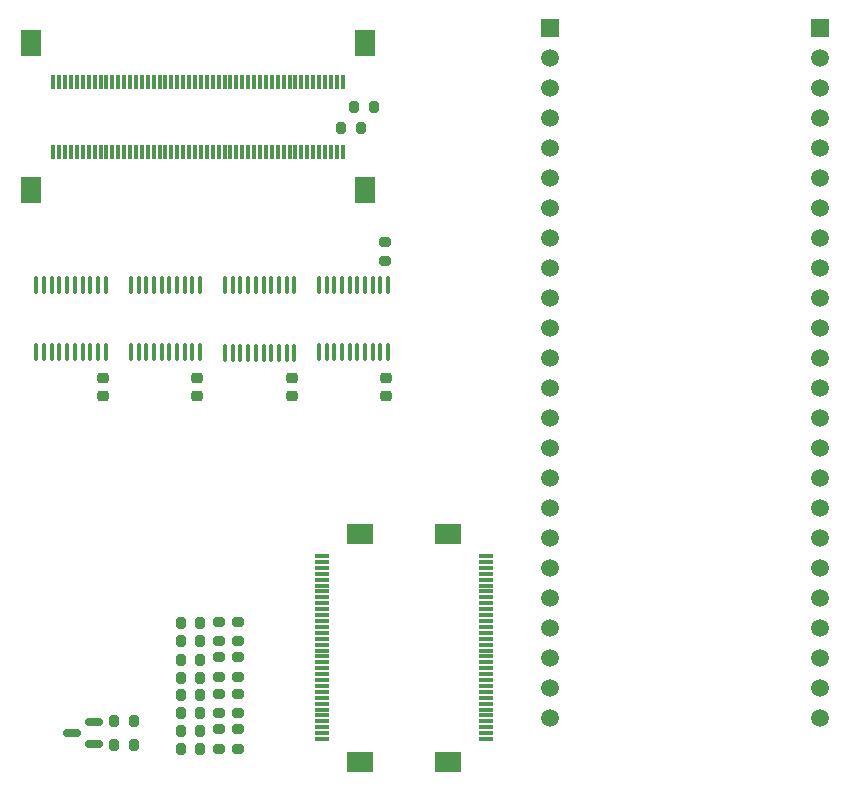
<source format=gbr>
%TF.GenerationSoftware,KiCad,Pcbnew,(7.0.0)*%
%TF.CreationDate,2023-04-05T00:45:08+02:00*%
%TF.ProjectId,TTL_to_HDMI,54544c5f-746f-45f4-9844-4d492e6b6963,4.0*%
%TF.SameCoordinates,Original*%
%TF.FileFunction,Soldermask,Top*%
%TF.FilePolarity,Negative*%
%FSLAX46Y46*%
G04 Gerber Fmt 4.6, Leading zero omitted, Abs format (unit mm)*
G04 Created by KiCad (PCBNEW (7.0.0)) date 2023-04-05 00:45:08*
%MOMM*%
%LPD*%
G01*
G04 APERTURE LIST*
G04 Aperture macros list*
%AMRoundRect*
0 Rectangle with rounded corners*
0 $1 Rounding radius*
0 $2 $3 $4 $5 $6 $7 $8 $9 X,Y pos of 4 corners*
0 Add a 4 corners polygon primitive as box body*
4,1,4,$2,$3,$4,$5,$6,$7,$8,$9,$2,$3,0*
0 Add four circle primitives for the rounded corners*
1,1,$1+$1,$2,$3*
1,1,$1+$1,$4,$5*
1,1,$1+$1,$6,$7*
1,1,$1+$1,$8,$9*
0 Add four rect primitives between the rounded corners*
20,1,$1+$1,$2,$3,$4,$5,0*
20,1,$1+$1,$4,$5,$6,$7,0*
20,1,$1+$1,$6,$7,$8,$9,0*
20,1,$1+$1,$8,$9,$2,$3,0*%
G04 Aperture macros list end*
%ADD10RoundRect,0.200000X-0.200000X-0.275000X0.200000X-0.275000X0.200000X0.275000X-0.200000X0.275000X0*%
%ADD11RoundRect,0.200000X-0.275000X0.200000X-0.275000X-0.200000X0.275000X-0.200000X0.275000X0.200000X0*%
%ADD12R,1.300000X0.300000*%
%ADD13R,2.200000X1.800000*%
%ADD14RoundRect,0.100000X-0.100000X0.637500X-0.100000X-0.637500X0.100000X-0.637500X0.100000X0.637500X0*%
%ADD15R,0.300000X1.300000*%
%ADD16R,1.800000X2.200000*%
%ADD17RoundRect,0.200000X0.275000X-0.200000X0.275000X0.200000X-0.275000X0.200000X-0.275000X-0.200000X0*%
%ADD18RoundRect,0.225000X0.250000X-0.225000X0.250000X0.225000X-0.250000X0.225000X-0.250000X-0.225000X0*%
%ADD19RoundRect,0.150000X0.587500X0.150000X-0.587500X0.150000X-0.587500X-0.150000X0.587500X-0.150000X0*%
%ADD20R,1.500000X1.500000*%
%ADD21C,1.500000*%
%ADD22RoundRect,0.200000X0.200000X0.275000X-0.200000X0.275000X-0.200000X-0.275000X0.200000X-0.275000X0*%
G04 APERTURE END LIST*
D10*
%TO.C,R5*%
X90275000Y-135500000D03*
X91925000Y-135500000D03*
%TD*%
%TO.C,R10*%
X90275000Y-128000000D03*
X91925000Y-128000000D03*
%TD*%
D11*
%TO.C,R14*%
X95100000Y-133875000D03*
X95100000Y-135525000D03*
%TD*%
D12*
%TO.C,J1*%
X102249999Y-134699999D03*
X102249999Y-134199999D03*
X102249999Y-133699999D03*
X102249999Y-133199999D03*
X102249999Y-132699999D03*
X102249999Y-132199999D03*
X102249999Y-131699999D03*
X102249999Y-131199999D03*
X102249999Y-130699999D03*
X102249999Y-130199999D03*
X102249999Y-129699999D03*
X102249999Y-129199999D03*
X102249999Y-128699999D03*
X102249999Y-128199999D03*
X102249999Y-127699999D03*
X102249999Y-127199999D03*
X102249999Y-126699999D03*
X102249999Y-126199999D03*
X102249999Y-125699999D03*
X102249999Y-125199999D03*
X102249999Y-124699999D03*
X102249999Y-124199999D03*
X102249999Y-123699999D03*
X102249999Y-123199999D03*
X102249999Y-122699999D03*
X102249999Y-122199999D03*
X102249999Y-121699999D03*
X102249999Y-121199999D03*
X102249999Y-120699999D03*
X102249999Y-120199999D03*
X102249999Y-119699999D03*
X102249999Y-119199999D03*
D13*
X105499999Y-136599999D03*
X105499999Y-117299999D03*
%TD*%
D10*
%TO.C,R13*%
X90275000Y-124900000D03*
X91925000Y-124900000D03*
%TD*%
D14*
%TO.C,U6*%
X99900000Y-96275000D03*
X99250000Y-96275000D03*
X98600000Y-96275000D03*
X97950000Y-96275000D03*
X97300000Y-96275000D03*
X96650000Y-96275000D03*
X96000000Y-96275000D03*
X95350000Y-96275000D03*
X94700000Y-96275000D03*
X94050000Y-96275000D03*
X94050000Y-102000000D03*
X94700000Y-102000000D03*
X95350000Y-102000000D03*
X96000000Y-102000000D03*
X96650000Y-102000000D03*
X97300000Y-102000000D03*
X97950000Y-102000000D03*
X98600000Y-102000000D03*
X99250000Y-102000000D03*
X99900000Y-102000000D03*
%TD*%
D10*
%TO.C,R6*%
X90275000Y-134000000D03*
X91925000Y-134000000D03*
%TD*%
D15*
%TO.C,U2*%
X79499999Y-84999999D03*
X79999999Y-84999999D03*
X80499999Y-84999999D03*
X80999999Y-84999999D03*
X81499999Y-84999999D03*
X81999999Y-84999999D03*
X82499999Y-84999999D03*
X82999999Y-84999999D03*
X83499999Y-84999999D03*
X83999999Y-84999999D03*
X84499999Y-84999999D03*
X84999999Y-84999999D03*
X85499999Y-84999999D03*
X85999999Y-84999999D03*
X86499999Y-84999999D03*
X86999999Y-84999999D03*
X87499999Y-84999999D03*
X87999999Y-84999999D03*
X88499999Y-84999999D03*
X88999999Y-84999999D03*
X89499999Y-84999999D03*
X89999999Y-84999999D03*
X90499999Y-84999999D03*
X90999999Y-84999999D03*
X91499999Y-84999999D03*
X91999999Y-84999999D03*
X92499999Y-84999999D03*
X92999999Y-84999999D03*
X93499999Y-84999999D03*
X93999999Y-84999999D03*
X94499999Y-84999999D03*
X94999999Y-84999999D03*
X95499999Y-84999999D03*
X95999999Y-84999999D03*
X96499999Y-84999999D03*
X96999999Y-84999999D03*
X97499999Y-84999999D03*
X97999999Y-84999999D03*
X98499999Y-84999999D03*
X98999999Y-84999999D03*
X99499999Y-84999999D03*
X99999999Y-84999999D03*
X100499999Y-84999999D03*
X100999999Y-84999999D03*
X101499999Y-84999999D03*
X101999999Y-84999999D03*
X102499999Y-84999999D03*
X102999999Y-84999999D03*
X103499999Y-84999999D03*
X103999999Y-84999999D03*
D16*
X77599999Y-88249999D03*
X105899999Y-88249999D03*
%TD*%
D17*
%TO.C,R20*%
X95100000Y-126425000D03*
X95100000Y-124775000D03*
%TD*%
D11*
%TO.C,R18*%
X93500000Y-127775000D03*
X93500000Y-129425000D03*
%TD*%
D18*
%TO.C,C7*%
X91700000Y-105675000D03*
X91700000Y-104125000D03*
%TD*%
D12*
%TO.C,J2*%
X116149999Y-119199999D03*
X116149999Y-119699999D03*
X116149999Y-120199999D03*
X116149999Y-120699999D03*
X116149999Y-121199999D03*
X116149999Y-121699999D03*
X116149999Y-122199999D03*
X116149999Y-122699999D03*
X116149999Y-123199999D03*
X116149999Y-123699999D03*
X116149999Y-124199999D03*
X116149999Y-124699999D03*
X116149999Y-125199999D03*
X116149999Y-125699999D03*
X116149999Y-126199999D03*
X116149999Y-126699999D03*
X116149999Y-127199999D03*
X116149999Y-127699999D03*
X116149999Y-128199999D03*
X116149999Y-128699999D03*
X116149999Y-129199999D03*
X116149999Y-129699999D03*
X116149999Y-130199999D03*
X116149999Y-130699999D03*
X116149999Y-131199999D03*
X116149999Y-131699999D03*
X116149999Y-132199999D03*
X116149999Y-132699999D03*
X116149999Y-133199999D03*
X116149999Y-133699999D03*
X116149999Y-134199999D03*
X116149999Y-134699999D03*
D13*
X112899999Y-117299999D03*
X112899999Y-136599999D03*
%TD*%
D10*
%TO.C,R7*%
X90275000Y-132500000D03*
X91925000Y-132500000D03*
%TD*%
D15*
%TO.C,U1*%
X103999999Y-79049999D03*
X103499999Y-79049999D03*
X102999999Y-79049999D03*
X102499999Y-79049999D03*
X101999999Y-79049999D03*
X101499999Y-79049999D03*
X100999999Y-79049999D03*
X100499999Y-79049999D03*
X99999999Y-79049999D03*
X99499999Y-79049999D03*
X98999999Y-79049999D03*
X98499999Y-79049999D03*
X97999999Y-79049999D03*
X97499999Y-79049999D03*
X96999999Y-79049999D03*
X96499999Y-79049999D03*
X95999999Y-79049999D03*
X95499999Y-79049999D03*
X94999999Y-79049999D03*
X94499999Y-79049999D03*
X93999999Y-79049999D03*
X93499999Y-79049999D03*
X92999999Y-79049999D03*
X92499999Y-79049999D03*
X91999999Y-79049999D03*
X91499999Y-79049999D03*
X90999999Y-79049999D03*
X90499999Y-79049999D03*
X89999999Y-79049999D03*
X89499999Y-79049999D03*
X88999999Y-79049999D03*
X88499999Y-79049999D03*
X87999999Y-79049999D03*
X87499999Y-79049999D03*
X86999999Y-79049999D03*
X86499999Y-79049999D03*
X85999999Y-79049999D03*
X85499999Y-79049999D03*
X84999999Y-79049999D03*
X84499999Y-79049999D03*
X83999999Y-79049999D03*
X83499999Y-79049999D03*
X82999999Y-79049999D03*
X82499999Y-79049999D03*
X81999999Y-79049999D03*
X81499999Y-79049999D03*
X80999999Y-79049999D03*
X80499999Y-79049999D03*
X79999999Y-79049999D03*
X79499999Y-79049999D03*
D16*
X105899999Y-75799999D03*
X77599999Y-75799999D03*
%TD*%
D19*
%TO.C,Q2*%
X82937500Y-135150000D03*
X82937500Y-133250000D03*
X81062500Y-134200000D03*
%TD*%
D14*
%TO.C,U8*%
X83925000Y-96237500D03*
X83275000Y-96237500D03*
X82625000Y-96237500D03*
X81975000Y-96237500D03*
X81325000Y-96237500D03*
X80675000Y-96237500D03*
X80025000Y-96237500D03*
X79375000Y-96237500D03*
X78725000Y-96237500D03*
X78075000Y-96237500D03*
X78075000Y-101962500D03*
X78725000Y-101962500D03*
X79375000Y-101962500D03*
X80025000Y-101962500D03*
X80675000Y-101962500D03*
X81325000Y-101962500D03*
X81975000Y-101962500D03*
X82625000Y-101962500D03*
X83275000Y-101962500D03*
X83925000Y-101962500D03*
%TD*%
D17*
%TO.C,R17*%
X95100000Y-132525000D03*
X95100000Y-130875000D03*
%TD*%
%TO.C,R21*%
X93500000Y-126425000D03*
X93500000Y-124775000D03*
%TD*%
D10*
%TO.C,R11*%
X104975000Y-81200000D03*
X106625000Y-81200000D03*
%TD*%
D11*
%TO.C,R3*%
X107600000Y-92575000D03*
X107600000Y-94225000D03*
%TD*%
D14*
%TO.C,U7*%
X91925000Y-96237500D03*
X91275000Y-96237500D03*
X90625000Y-96237500D03*
X89975000Y-96237500D03*
X89325000Y-96237500D03*
X88675000Y-96237500D03*
X88025000Y-96237500D03*
X87375000Y-96237500D03*
X86725000Y-96237500D03*
X86075000Y-96237500D03*
X86075000Y-101962500D03*
X86725000Y-101962500D03*
X87375000Y-101962500D03*
X88025000Y-101962500D03*
X88675000Y-101962500D03*
X89325000Y-101962500D03*
X89975000Y-101962500D03*
X90625000Y-101962500D03*
X91275000Y-101962500D03*
X91925000Y-101962500D03*
%TD*%
D10*
%TO.C,R4*%
X103875000Y-83000000D03*
X105525000Y-83000000D03*
%TD*%
%TO.C,R8*%
X90275000Y-131000000D03*
X91925000Y-131000000D03*
%TD*%
D20*
%TO.C,U5*%
X121591549Y-74459999D03*
D21*
X121591550Y-77000000D03*
X121591550Y-79540000D03*
X121591550Y-82080000D03*
X121591550Y-84620000D03*
X121591550Y-87160000D03*
X121591550Y-89700000D03*
X121591550Y-92240000D03*
X121591550Y-94780000D03*
X121591550Y-97320000D03*
X121591550Y-99860000D03*
X121591550Y-102400000D03*
X121591550Y-104940000D03*
X121591550Y-107480000D03*
X121591550Y-110020000D03*
X121591550Y-112560000D03*
X121591550Y-115100000D03*
X121591550Y-117640000D03*
X121591550Y-120180000D03*
X121591550Y-122720000D03*
X121591550Y-125260000D03*
X121591550Y-127800000D03*
X121591550Y-130340000D03*
X121591550Y-132880000D03*
X144408450Y-132880000D03*
X144408450Y-130340000D03*
X144408450Y-127800000D03*
X144408450Y-125260000D03*
X144408450Y-122720000D03*
X144408450Y-120180000D03*
X144408450Y-117640000D03*
X144408450Y-115100000D03*
X144408450Y-112560000D03*
X144408450Y-110020000D03*
X144408450Y-107480000D03*
X144408450Y-104940000D03*
X144408450Y-102400000D03*
X144408450Y-99860000D03*
X144408450Y-97320000D03*
X144408450Y-94780000D03*
X144408450Y-92240000D03*
X144408450Y-89700000D03*
X144408450Y-87160000D03*
X144408450Y-84620000D03*
X144408450Y-82080000D03*
X144408450Y-79540000D03*
X144408450Y-77000000D03*
D20*
X144408449Y-74459999D03*
%TD*%
D10*
%TO.C,R1*%
X84675000Y-135200000D03*
X86325000Y-135200000D03*
%TD*%
D11*
%TO.C,R15*%
X93500000Y-133875000D03*
X93500000Y-135525000D03*
%TD*%
D18*
%TO.C,C8*%
X83700000Y-105650000D03*
X83700000Y-104100000D03*
%TD*%
D14*
%TO.C,U3*%
X107850000Y-96237500D03*
X107200000Y-96237500D03*
X106550000Y-96237500D03*
X105900000Y-96237500D03*
X105250000Y-96237500D03*
X104600000Y-96237500D03*
X103950000Y-96237500D03*
X103300000Y-96237500D03*
X102650000Y-96237500D03*
X102000000Y-96237500D03*
X102000000Y-101962500D03*
X102650000Y-101962500D03*
X103300000Y-101962500D03*
X103950000Y-101962500D03*
X104600000Y-101962500D03*
X105250000Y-101962500D03*
X105900000Y-101962500D03*
X106550000Y-101962500D03*
X107200000Y-101962500D03*
X107850000Y-101962500D03*
%TD*%
D18*
%TO.C,C3*%
X107700000Y-105675000D03*
X107700000Y-104125000D03*
%TD*%
D10*
%TO.C,R12*%
X90275000Y-126400000D03*
X91925000Y-126400000D03*
%TD*%
D11*
%TO.C,R19*%
X95100000Y-127775000D03*
X95100000Y-129425000D03*
%TD*%
D22*
%TO.C,R2*%
X86325000Y-133200000D03*
X84675000Y-133200000D03*
%TD*%
D17*
%TO.C,R16*%
X93500000Y-132525000D03*
X93500000Y-130875000D03*
%TD*%
D18*
%TO.C,C4*%
X99700000Y-105675000D03*
X99700000Y-104125000D03*
%TD*%
D10*
%TO.C,R9*%
X90275000Y-129500000D03*
X91925000Y-129500000D03*
%TD*%
M02*

</source>
